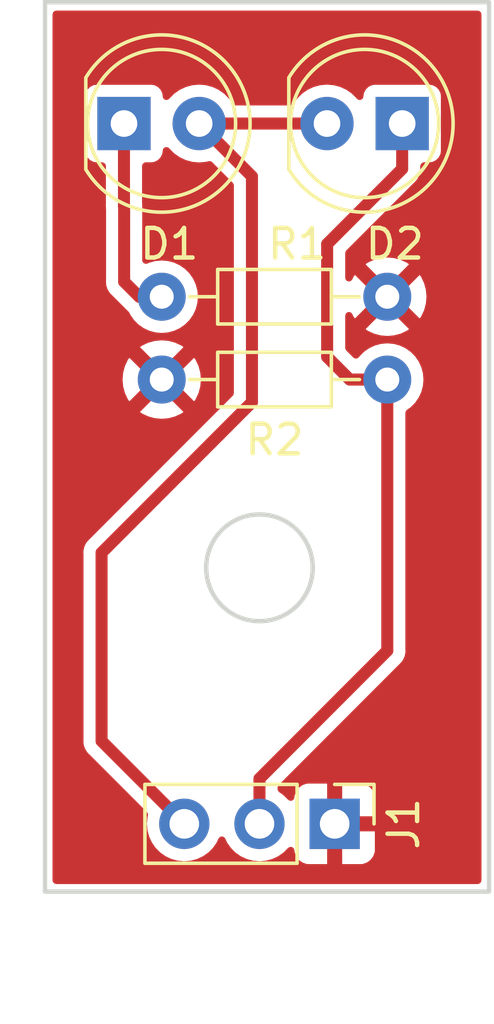
<source format=kicad_pcb>
(kicad_pcb (version 20211014) (generator pcbnew)
  (layers (0 "F.Cu" signal) (31 "B.Cu" signal) (34 "B.Paste" user) (35 "F.Paste" user) (36 "B.SilkS" user "B.Silkscreen") (37 "F.SilkS" user "F.Silkscreen") (38 "B.Mask" user) (39 "F.Mask" user) (44 "Edge.Cuts" user))
  (net 0 "")
  (net 1 "Net-(D1-Pad1)")
  (net 2 "+5V")
  (net 3 "Net-(D2-Pad2)")
  (net 4 "GND")
  (footprint "Resistor_THT:R_Axial_DIN0204_L3.6mm_D1.6mm_P7.62mm_Horizontal" (layer "F.Cu") (at 166.624 91.948 180)
    (fp_text reference "R2" (at 3.81 -2.032) (layer "F.SilkS"))
    (fp_text value "4.7K")
    (fp_line (start 1.89 0.92) (end 5.73 0.92) (layer "F.SilkS") (width 0.12))
    (fp_line (start 0.94 0) (end 1.89 0) (layer "F.SilkS") (width 0.12))
    (fp_line (start 1.89 -0.92) (end 1.89 0.92) (layer "F.SilkS") (width 0.12))
    (fp_line (start 6.68 0) (end 5.73 0) (layer "F.SilkS") (width 0.12))
    (fp_line (start 5.73 -0.92) (end 1.89 -0.92) (layer "F.SilkS") (width 0.12))
    (fp_line (start 5.73 0.92) (end 5.73 -0.92) (layer "F.SilkS") (width 0.12))
    (pad "1" thru_hole circle (at 0 0 180) (size 1.62 1.62) (drill 0.81) (layers *.Cu *.Mask) (net 3 "Net-(D2-Pad2)"))
    (pad "2" thru_hole circle (at 7.62 0 180) (size 1.62 1.62) (drill 0.81) (layers *.Cu *.Mask) (net 4 "GND"))
  )
  (footprint "Resistor_THT:R_Axial_DIN0204_L3.6mm_D1.6mm_P7.62mm_Horizontal" (layer "F.Cu") (at 159.004 89.154)
    (fp_text reference "R1" (at 4.572 -1.778) (layer "F.SilkS"))
    (fp_text value "220")
    (fp_line (start 1.89 0.92) (end 5.73 0.92) (layer "F.SilkS") (width 0.12))
    (fp_line (start 0.94 0) (end 1.89 0) (layer "F.SilkS") (width 0.12))
    (fp_line (start 1.89 -0.92) (end 1.89 0.92) (layer "F.SilkS") (width 0.12))
    (fp_line (start 5.73 0.92) (end 5.73 -0.92) (layer "F.SilkS") (width 0.12))
    (fp_line (start 5.73 -0.92) (end 1.89 -0.92) (layer "F.SilkS") (width 0.12))
    (fp_line (start 6.68 0) (end 5.73 0) (layer "F.SilkS") (width 0.12))
    (pad "1" thru_hole circle (at 0 0) (size 1.62 1.62) (drill 0.81) (layers *.Cu *.Mask) (net 1 "Net-(D1-Pad1)"))
    (pad "2" thru_hole circle (at 7.62 0) (size 1.62 1.62) (drill 0.81) (layers *.Cu *.Mask) (net 4 "GND"))
  )
  (footprint "LED_THT:LED_D5.0mm" (layer "F.Cu") (at 164.587 83.312)
    (fp_text reference "D2" (at 2.291 4.064) (layer "F.SilkS"))
    (fp_text value "IR_Receiver")
    (fp_line (start -1.29 -1.545) (end -1.29 1.545) (layer "F.SilkS") (width 0.12))
    (fp_arc (start 4.26 -0.000462) (mid 2.072002 2.880433) (end -1.29 1.54483) (layer "F.SilkS") (width 0.12))
    (fp_arc (start -1.29 -1.54483) (mid 2.072002 -2.880433) (end 4.26 0.000462) (layer "F.SilkS") (width 0.12))
    (fp_circle (center 1.27 0) (end 3.77 0) (layer "F.SilkS") (width 0.12) (fill none))
    (pad "1" thru_hole circle (at 0 0) (size 1.8 1.8) (drill 0.9) (layers *.Cu *.Mask) (net 2 "+5V"))
    (pad "2" thru_hole rect (at 2.54 0) (size 1.8 1.8) (drill 0.9) (layers *.Cu *.Mask) (net 3 "Net-(D2-Pad2)"))
  )
  (footprint "LED_THT:LED_D5.0mm" (layer "F.Cu") (at 157.729 83.312)
    (fp_text reference "D1" (at 1.529 4.064) (layer "F.SilkS"))
    (fp_text value "IR_Transmitter")
    (fp_line (start -1.29 -1.545) (end -1.29 1.545) (layer "F.SilkS") (width 0.12))
    (fp_arc (start -1.29 -1.54483) (mid 2.072002 -2.880433) (end 4.26 0.000462) (layer "F.SilkS") (width 0.12))
    (fp_arc (start 4.26 -0.000462) (mid 2.072002 2.880433) (end -1.29 1.54483) (layer "F.SilkS") (width 0.12))
    (fp_circle (center 1.27 0) (end 3.77 0) (layer "F.SilkS") (width 0.12) (fill none))
    (pad "1" thru_hole rect (at 0 0) (size 1.8 1.8) (drill 0.9) (layers *.Cu *.Mask) (net 1 "Net-(D1-Pad1)"))
    (pad "2" thru_hole circle (at 2.54 0) (size 1.8 1.8) (drill 0.9) (layers *.Cu *.Mask) (net 2 "+5V"))
  )
  (footprint "Connector_PinHeader_2.54mm:PinHeader_1x03_P2.54mm_Vertical" (layer "F.Cu") (at 164.846 106.934 -90)
    (fp_text reference "J1" (at 0 -2.33 90) (layer "F.SilkS"))
    (fp_text value "Conn_01x03_Male")
    (fp_line (start -1.33 0) (end -1.33 -1.33) (layer "F.SilkS") (width 0.12))
    (fp_line (start -1.33 6.41) (end 1.33 6.41) (layer "F.SilkS") (width 0.12))
    (fp_line (start 1.33 1.27) (end 1.33 6.41) (layer "F.SilkS") (width 0.12))
    (fp_line (start -1.33 1.27) (end -1.33 6.41) (layer "F.SilkS") (width 0.12))
    (fp_line (start -1.33 1.27) (end 1.33 1.27) (layer "F.SilkS") (width 0.12))
    (fp_line (start -1.33 -1.33) (end 0 -1.33) (layer "F.SilkS") (width 0.12))
    (pad "1" thru_hole rect (at 0 0 270) (size 1.7 1.7) (drill 1) (layers *.Cu *.Mask) (net 4 "GND"))
    (pad "2" thru_hole oval (at 0 2.54 270) (size 1.7 1.7) (drill 1) (layers *.Cu *.Mask) (net 3 "Net-(D2-Pad2)"))
    (pad "3" thru_hole oval (at 0 5.08 270) (size 1.7 1.7) (drill 1) (layers *.Cu *.Mask) (net 2 "+5V"))
  )
  (gr_circle (center 162.306 98.298) (end 164.106 98.298) (layer "Edge.Cuts") (width 0.15) (fill none))
  (gr_rect (start 155.06 79.22) (end 170.06 109.22) (layer "Edge.Cuts") (width 0.15) (fill none))
  (segment (start 157.734 88.646) (end 158.242 89.154) (width 0.4064) (layer "F.Cu") (net 1))
  (segment (start 157.734 86.106) (end 157.734 88.646) (width 0.4064) (layer "F.Cu") (net 1))
  (segment (start 157.729 86.101) (end 157.734 86.106) (width 0.4064) (layer "F.Cu") (net 1))
  (segment (start 157.729 83.312) (end 157.729 86.101) (width 0.4064) (layer "F.Cu") (net 1))
  (segment (start 158.242 89.154) (end 159.004 89.154) (width 0.4064) (layer "F.Cu") (net 1))
  (segment (start 156.972 97.79) (end 162.052 92.71) (width 0.4064) (layer "F.Cu") (net 2))
  (segment (start 162.052 85.095) (end 160.269 83.312) (width 0.4064) (layer "F.Cu") (net 2))
  (segment (start 162.052 90.932) (end 162.052 85.095) (width 0.4064) (layer "F.Cu") (net 2))
  (segment (start 162.052 92.71) (end 162.052 90.932) (width 0.4064) (layer "F.Cu") (net 2))
  (segment (start 156.972 104.14) (end 156.972 97.79) (width 0.4064) (layer "F.Cu") (net 2))
  (segment (start 159.766 106.934) (end 156.972 104.14) (width 0.4064) (layer "F.Cu") (net 2))
  (segment (start 160.269 83.312) (end 164.587 83.312) (width 0.4064) (layer "F.Cu") (net 2))
  (segment (start 162.306 105.41) (end 162.306 106.934) (width 0.4064) (layer "F.Cu") (net 3))
  (segment (start 167.127 84.841) (end 167.127 83.312) (width 0.4064) (layer "F.Cu") (net 3))
  (segment (start 166.624 101.092) (end 162.306 105.41) (width 0.4064) (layer "F.Cu") (net 3))
  (segment (start 164.592 91.186) (end 164.592 87.376) (width 0.4064) (layer "F.Cu") (net 3))
  (segment (start 166.624 91.948) (end 166.624 101.092) (width 0.4064) (layer "F.Cu") (net 3))
  (segment (start 165.354 91.948) (end 164.592 91.186) (width 0.4064) (layer "F.Cu") (net 3))
  (segment (start 164.592 87.376) (end 167.127 84.841) (width 0.4064) (layer "F.Cu") (net 3))
  (segment (start 166.624 91.948) (end 165.354 91.948) (width 0.4064) (layer "F.Cu") (net 3))
  (zone (net 4) (net_name "GND") (layer "F.Cu") (connect_pads (clearance 0.254)) (min_thickness 0.254) (fill yes (thermal_gap 0.508) (thermal_bridge_width 0.508))
    (polygon (pts (xy 169.926 108.966) (xy 155.194 108.966) (xy 155.194 79.502) (xy 169.926 79.502)))
  )
)
</source>
